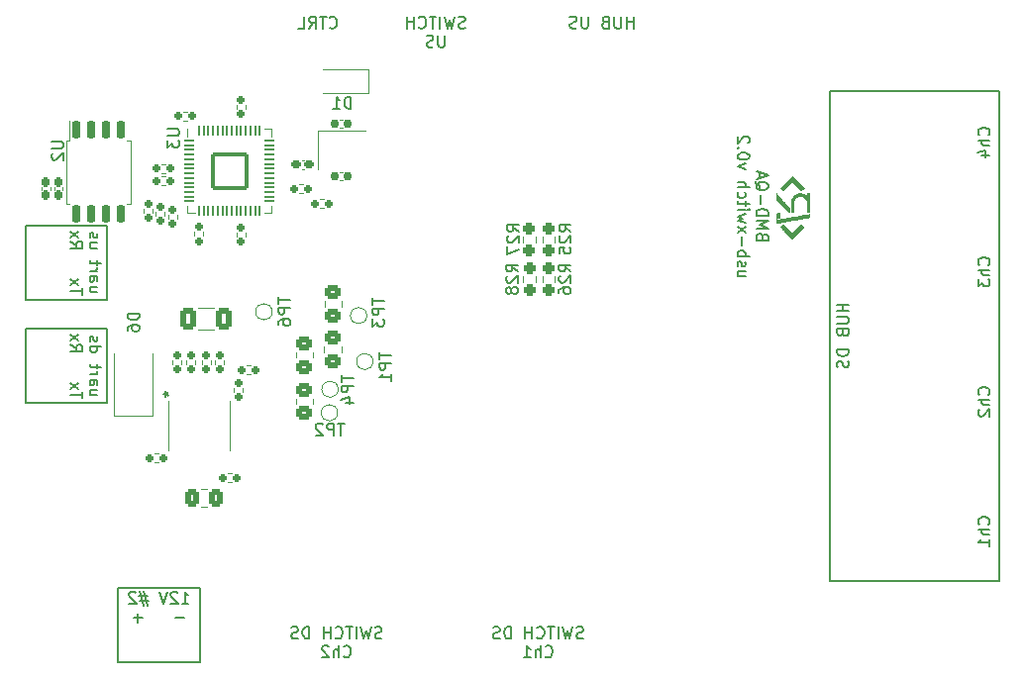
<source format=gbo>
G04 #@! TF.GenerationSoftware,KiCad,Pcbnew,(6.0.2-0)*
G04 #@! TF.CreationDate,2022-10-06T13:52:32+11:00*
G04 #@! TF.ProjectId,usb_xwitch,7573625f-7877-4697-9463-682e6b696361,0.2*
G04 #@! TF.SameCoordinates,Original*
G04 #@! TF.FileFunction,Legend,Bot*
G04 #@! TF.FilePolarity,Positive*
%FSLAX46Y46*%
G04 Gerber Fmt 4.6, Leading zero omitted, Abs format (unit mm)*
G04 Created by KiCad (PCBNEW (6.0.2-0)) date 2022-10-06 13:52:32*
%MOMM*%
%LPD*%
G01*
G04 APERTURE LIST*
G04 Aperture macros list*
%AMRoundRect*
0 Rectangle with rounded corners*
0 $1 Rounding radius*
0 $2 $3 $4 $5 $6 $7 $8 $9 X,Y pos of 4 corners*
0 Add a 4 corners polygon primitive as box body*
4,1,4,$2,$3,$4,$5,$6,$7,$8,$9,$2,$3,0*
0 Add four circle primitives for the rounded corners*
1,1,$1+$1,$2,$3*
1,1,$1+$1,$4,$5*
1,1,$1+$1,$6,$7*
1,1,$1+$1,$8,$9*
0 Add four rect primitives between the rounded corners*
20,1,$1+$1,$2,$3,$4,$5,0*
20,1,$1+$1,$4,$5,$6,$7,0*
20,1,$1+$1,$6,$7,$8,$9,0*
20,1,$1+$1,$8,$9,$2,$3,0*%
G04 Aperture macros list end*
%ADD10C,0.150000*%
%ADD11C,0.200000*%
%ADD12C,0.120000*%
%ADD13C,6.400000*%
%ADD14R,1.600000X1.600000*%
%ADD15C,1.600000*%
%ADD16C,2.150000*%
%ADD17R,1.700000X1.700000*%
%ADD18C,1.700000*%
%ADD19C,3.500000*%
%ADD20R,2.000000X4.600000*%
%ADD21O,2.000000X4.200000*%
%ADD22O,4.200000X2.000000*%
%ADD23C,1.450000*%
%ADD24O,1.200000X1.900000*%
%ADD25O,0.950000X0.650000*%
%ADD26C,0.650000*%
%ADD27O,0.800000X1.400000*%
%ADD28C,1.200000*%
%ADD29R,2.400000X2.400000*%
%ADD30C,2.400000*%
%ADD31O,1.700000X1.700000*%
%ADD32RoundRect,0.160000X0.160000X-0.197500X0.160000X0.197500X-0.160000X0.197500X-0.160000X-0.197500X0*%
%ADD33RoundRect,0.160000X0.160000X-0.222500X0.160000X0.222500X-0.160000X0.222500X-0.160000X-0.222500X0*%
%ADD34RoundRect,0.250000X0.450000X-0.350000X0.450000X0.350000X-0.450000X0.350000X-0.450000X-0.350000X0*%
%ADD35RoundRect,0.160000X-0.160000X0.197500X-0.160000X-0.197500X0.160000X-0.197500X0.160000X0.197500X0*%
%ADD36RoundRect,0.160000X0.197500X0.160000X-0.197500X0.160000X-0.197500X-0.160000X0.197500X-0.160000X0*%
%ADD37C,1.000000*%
%ADD38R,1.400000X1.200000*%
%ADD39RoundRect,0.050000X-0.050000X0.387500X-0.050000X-0.387500X0.050000X-0.387500X0.050000X0.387500X0*%
%ADD40RoundRect,0.050000X-0.387500X0.050000X-0.387500X-0.050000X0.387500X-0.050000X0.387500X0.050000X0*%
%ADD41RoundRect,0.144000X-1.456000X1.456000X-1.456000X-1.456000X1.456000X-1.456000X1.456000X1.456000X0*%
%ADD42R,0.558800X1.460500*%
%ADD43R,3.454400X2.565400*%
%ADD44RoundRect,0.160000X-0.222500X-0.160000X0.222500X-0.160000X0.222500X0.160000X-0.222500X0.160000X0*%
%ADD45RoundRect,0.250000X0.412500X0.650000X-0.412500X0.650000X-0.412500X-0.650000X0.412500X-0.650000X0*%
%ADD46R,1.800000X2.500000*%
%ADD47RoundRect,0.160000X-0.197500X-0.160000X0.197500X-0.160000X0.197500X0.160000X-0.197500X0.160000X0*%
%ADD48RoundRect,0.155000X-0.212500X-0.155000X0.212500X-0.155000X0.212500X0.155000X-0.212500X0.155000X0*%
%ADD49RoundRect,0.155000X0.212500X0.155000X-0.212500X0.155000X-0.212500X-0.155000X0.212500X-0.155000X0*%
%ADD50RoundRect,0.237500X-0.237500X0.250000X-0.237500X-0.250000X0.237500X-0.250000X0.237500X0.250000X0*%
%ADD51RoundRect,0.150000X-0.150000X0.650000X-0.150000X-0.650000X0.150000X-0.650000X0.150000X0.650000X0*%
%ADD52RoundRect,0.237500X0.237500X-0.250000X0.237500X0.250000X-0.237500X0.250000X-0.237500X-0.250000X0*%
%ADD53R,0.900000X1.200000*%
%ADD54RoundRect,0.250000X-0.337500X-0.475000X0.337500X-0.475000X0.337500X0.475000X-0.337500X0.475000X0*%
G04 APERTURE END LIST*
D10*
X169150000Y-87300000D02*
X183600000Y-87300000D01*
X183600000Y-87300000D02*
X183600000Y-129200000D01*
X183600000Y-129200000D02*
X169150000Y-129200000D01*
X169150000Y-129200000D02*
X169150000Y-87300000D01*
X100350000Y-107625000D02*
X107350000Y-107625000D01*
X107350000Y-107625000D02*
X107350000Y-113975000D01*
X107350000Y-113975000D02*
X100350000Y-113975000D01*
X100350000Y-113975000D02*
X100350000Y-107625000D01*
X100375000Y-98825000D02*
X107375000Y-98825000D01*
X107375000Y-98825000D02*
X107375000Y-105175000D01*
X107375000Y-105175000D02*
X100375000Y-105175000D01*
X100375000Y-105175000D02*
X100375000Y-98825000D01*
X108260000Y-136150000D02*
X115260000Y-136150000D01*
X115260000Y-136150000D02*
X115260000Y-129800000D01*
X115260000Y-129800000D02*
X108260000Y-129800000D01*
X108260000Y-129800000D02*
X108260000Y-136150000D01*
X170752380Y-105583333D02*
X169752380Y-105583333D01*
X170228571Y-105583333D02*
X170228571Y-106154761D01*
X170752380Y-106154761D02*
X169752380Y-106154761D01*
X169752380Y-106630952D02*
X170561904Y-106630952D01*
X170657142Y-106678571D01*
X170704761Y-106726190D01*
X170752380Y-106821428D01*
X170752380Y-107011904D01*
X170704761Y-107107142D01*
X170657142Y-107154761D01*
X170561904Y-107202380D01*
X169752380Y-107202380D01*
X170228571Y-108011904D02*
X170276190Y-108154761D01*
X170323809Y-108202380D01*
X170419047Y-108250000D01*
X170561904Y-108250000D01*
X170657142Y-108202380D01*
X170704761Y-108154761D01*
X170752380Y-108059523D01*
X170752380Y-107678571D01*
X169752380Y-107678571D01*
X169752380Y-108011904D01*
X169800000Y-108107142D01*
X169847619Y-108154761D01*
X169942857Y-108202380D01*
X170038095Y-108202380D01*
X170133333Y-108154761D01*
X170180952Y-108107142D01*
X170228571Y-108011904D01*
X170228571Y-107678571D01*
X170752380Y-109440476D02*
X169752380Y-109440476D01*
X169752380Y-109678571D01*
X169800000Y-109821428D01*
X169895238Y-109916666D01*
X169990476Y-109964285D01*
X170180952Y-110011904D01*
X170323809Y-110011904D01*
X170514285Y-109964285D01*
X170609523Y-109916666D01*
X170704761Y-109821428D01*
X170752380Y-109678571D01*
X170752380Y-109440476D01*
X170704761Y-110392857D02*
X170752380Y-110535714D01*
X170752380Y-110773809D01*
X170704761Y-110869047D01*
X170657142Y-110916666D01*
X170561904Y-110964285D01*
X170466666Y-110964285D01*
X170371428Y-110916666D01*
X170323809Y-110869047D01*
X170276190Y-110773809D01*
X170228571Y-110583333D01*
X170180952Y-110488095D01*
X170133333Y-110440476D01*
X170038095Y-110392857D01*
X169942857Y-110392857D01*
X169847619Y-110440476D01*
X169800000Y-110488095D01*
X169752380Y-110583333D01*
X169752380Y-110821428D01*
X169800000Y-110964285D01*
X152340476Y-81952380D02*
X152340476Y-80952380D01*
X152340476Y-81428571D02*
X151769047Y-81428571D01*
X151769047Y-81952380D02*
X151769047Y-80952380D01*
X151292857Y-80952380D02*
X151292857Y-81761904D01*
X151245238Y-81857142D01*
X151197619Y-81904761D01*
X151102380Y-81952380D01*
X150911904Y-81952380D01*
X150816666Y-81904761D01*
X150769047Y-81857142D01*
X150721428Y-81761904D01*
X150721428Y-80952380D01*
X149911904Y-81428571D02*
X149769047Y-81476190D01*
X149721428Y-81523809D01*
X149673809Y-81619047D01*
X149673809Y-81761904D01*
X149721428Y-81857142D01*
X149769047Y-81904761D01*
X149864285Y-81952380D01*
X150245238Y-81952380D01*
X150245238Y-80952380D01*
X149911904Y-80952380D01*
X149816666Y-81000000D01*
X149769047Y-81047619D01*
X149721428Y-81142857D01*
X149721428Y-81238095D01*
X149769047Y-81333333D01*
X149816666Y-81380952D01*
X149911904Y-81428571D01*
X150245238Y-81428571D01*
X148483333Y-80952380D02*
X148483333Y-81761904D01*
X148435714Y-81857142D01*
X148388095Y-81904761D01*
X148292857Y-81952380D01*
X148102380Y-81952380D01*
X148007142Y-81904761D01*
X147959523Y-81857142D01*
X147911904Y-81761904D01*
X147911904Y-80952380D01*
X147483333Y-81904761D02*
X147340476Y-81952380D01*
X147102380Y-81952380D01*
X147007142Y-81904761D01*
X146959523Y-81857142D01*
X146911904Y-81761904D01*
X146911904Y-81666666D01*
X146959523Y-81571428D01*
X147007142Y-81523809D01*
X147102380Y-81476190D01*
X147292857Y-81428571D01*
X147388095Y-81380952D01*
X147435714Y-81333333D01*
X147483333Y-81238095D01*
X147483333Y-81142857D01*
X147435714Y-81047619D01*
X147388095Y-81000000D01*
X147292857Y-80952380D01*
X147054761Y-80952380D01*
X146911904Y-81000000D01*
X106519285Y-112921428D02*
X105852619Y-112921428D01*
X106519285Y-113350000D02*
X105995476Y-113350000D01*
X105900238Y-113302380D01*
X105852619Y-113207142D01*
X105852619Y-113064285D01*
X105900238Y-112969047D01*
X105947857Y-112921428D01*
X105852619Y-112016666D02*
X106376428Y-112016666D01*
X106471666Y-112064285D01*
X106519285Y-112159523D01*
X106519285Y-112350000D01*
X106471666Y-112445238D01*
X105900238Y-112016666D02*
X105852619Y-112111904D01*
X105852619Y-112350000D01*
X105900238Y-112445238D01*
X105995476Y-112492857D01*
X106090714Y-112492857D01*
X106185952Y-112445238D01*
X106233571Y-112350000D01*
X106233571Y-112111904D01*
X106281190Y-112016666D01*
X105852619Y-111540476D02*
X106519285Y-111540476D01*
X106328809Y-111540476D02*
X106424047Y-111492857D01*
X106471666Y-111445238D01*
X106519285Y-111350000D01*
X106519285Y-111254761D01*
X106519285Y-111064285D02*
X106519285Y-110683333D01*
X106852619Y-110921428D02*
X105995476Y-110921428D01*
X105900238Y-110873809D01*
X105852619Y-110778571D01*
X105852619Y-110683333D01*
X105852619Y-109159523D02*
X106852619Y-109159523D01*
X105900238Y-109159523D02*
X105852619Y-109254761D01*
X105852619Y-109445238D01*
X105900238Y-109540476D01*
X105947857Y-109588095D01*
X106043095Y-109635714D01*
X106328809Y-109635714D01*
X106424047Y-109588095D01*
X106471666Y-109540476D01*
X106519285Y-109445238D01*
X106519285Y-109254761D01*
X106471666Y-109159523D01*
X105900238Y-108730952D02*
X105852619Y-108635714D01*
X105852619Y-108445238D01*
X105900238Y-108350000D01*
X105995476Y-108302380D01*
X106043095Y-108302380D01*
X106138333Y-108350000D01*
X106185952Y-108445238D01*
X106185952Y-108588095D01*
X106233571Y-108683333D01*
X106328809Y-108730952D01*
X106376428Y-108730952D01*
X106471666Y-108683333D01*
X106519285Y-108588095D01*
X106519285Y-108445238D01*
X106471666Y-108350000D01*
X105242619Y-113588095D02*
X105242619Y-113016666D01*
X104242619Y-113302380D02*
X105242619Y-113302380D01*
X104242619Y-112778571D02*
X104909285Y-112254761D01*
X104909285Y-112778571D02*
X104242619Y-112254761D01*
X104242619Y-109016666D02*
X104718809Y-109350000D01*
X104242619Y-109588095D02*
X105242619Y-109588095D01*
X105242619Y-109207142D01*
X105195000Y-109111904D01*
X105147380Y-109064285D01*
X105052142Y-109016666D01*
X104909285Y-109016666D01*
X104814047Y-109064285D01*
X104766428Y-109111904D01*
X104718809Y-109207142D01*
X104718809Y-109588095D01*
X104242619Y-108683333D02*
X104909285Y-108159523D01*
X104909285Y-108683333D02*
X104242619Y-108159523D01*
X148057142Y-134099761D02*
X147914285Y-134147380D01*
X147676190Y-134147380D01*
X147580952Y-134099761D01*
X147533333Y-134052142D01*
X147485714Y-133956904D01*
X147485714Y-133861666D01*
X147533333Y-133766428D01*
X147580952Y-133718809D01*
X147676190Y-133671190D01*
X147866666Y-133623571D01*
X147961904Y-133575952D01*
X148009523Y-133528333D01*
X148057142Y-133433095D01*
X148057142Y-133337857D01*
X148009523Y-133242619D01*
X147961904Y-133195000D01*
X147866666Y-133147380D01*
X147628571Y-133147380D01*
X147485714Y-133195000D01*
X147152380Y-133147380D02*
X146914285Y-134147380D01*
X146723809Y-133433095D01*
X146533333Y-134147380D01*
X146295238Y-133147380D01*
X145914285Y-134147380D02*
X145914285Y-133147380D01*
X145580952Y-133147380D02*
X145009523Y-133147380D01*
X145295238Y-134147380D02*
X145295238Y-133147380D01*
X144104761Y-134052142D02*
X144152380Y-134099761D01*
X144295238Y-134147380D01*
X144390476Y-134147380D01*
X144533333Y-134099761D01*
X144628571Y-134004523D01*
X144676190Y-133909285D01*
X144723809Y-133718809D01*
X144723809Y-133575952D01*
X144676190Y-133385476D01*
X144628571Y-133290238D01*
X144533333Y-133195000D01*
X144390476Y-133147380D01*
X144295238Y-133147380D01*
X144152380Y-133195000D01*
X144104761Y-133242619D01*
X143676190Y-134147380D02*
X143676190Y-133147380D01*
X143676190Y-133623571D02*
X143104761Y-133623571D01*
X143104761Y-134147380D02*
X143104761Y-133147380D01*
X141866666Y-134147380D02*
X141866666Y-133147380D01*
X141628571Y-133147380D01*
X141485714Y-133195000D01*
X141390476Y-133290238D01*
X141342857Y-133385476D01*
X141295238Y-133575952D01*
X141295238Y-133718809D01*
X141342857Y-133909285D01*
X141390476Y-134004523D01*
X141485714Y-134099761D01*
X141628571Y-134147380D01*
X141866666Y-134147380D01*
X140914285Y-134099761D02*
X140771428Y-134147380D01*
X140533333Y-134147380D01*
X140438095Y-134099761D01*
X140390476Y-134052142D01*
X140342857Y-133956904D01*
X140342857Y-133861666D01*
X140390476Y-133766428D01*
X140438095Y-133718809D01*
X140533333Y-133671190D01*
X140723809Y-133623571D01*
X140819047Y-133575952D01*
X140866666Y-133528333D01*
X140914285Y-133433095D01*
X140914285Y-133337857D01*
X140866666Y-133242619D01*
X140819047Y-133195000D01*
X140723809Y-133147380D01*
X140485714Y-133147380D01*
X140342857Y-133195000D01*
X144819047Y-135662142D02*
X144866666Y-135709761D01*
X145009523Y-135757380D01*
X145104761Y-135757380D01*
X145247619Y-135709761D01*
X145342857Y-135614523D01*
X145390476Y-135519285D01*
X145438095Y-135328809D01*
X145438095Y-135185952D01*
X145390476Y-134995476D01*
X145342857Y-134900238D01*
X145247619Y-134805000D01*
X145104761Y-134757380D01*
X145009523Y-134757380D01*
X144866666Y-134805000D01*
X144819047Y-134852619D01*
X144390476Y-135757380D02*
X144390476Y-134757380D01*
X143961904Y-135757380D02*
X143961904Y-135233571D01*
X144009523Y-135138333D01*
X144104761Y-135090714D01*
X144247619Y-135090714D01*
X144342857Y-135138333D01*
X144390476Y-135185952D01*
X142961904Y-135757380D02*
X143533333Y-135757380D01*
X143247619Y-135757380D02*
X143247619Y-134757380D01*
X143342857Y-134900238D01*
X143438095Y-134995476D01*
X143533333Y-135043095D01*
X126376190Y-81857142D02*
X126423809Y-81904761D01*
X126566666Y-81952380D01*
X126661904Y-81952380D01*
X126804761Y-81904761D01*
X126900000Y-81809523D01*
X126947619Y-81714285D01*
X126995238Y-81523809D01*
X126995238Y-81380952D01*
X126947619Y-81190476D01*
X126900000Y-81095238D01*
X126804761Y-81000000D01*
X126661904Y-80952380D01*
X126566666Y-80952380D01*
X126423809Y-81000000D01*
X126376190Y-81047619D01*
X126090476Y-80952380D02*
X125519047Y-80952380D01*
X125804761Y-81952380D02*
X125804761Y-80952380D01*
X124614285Y-81952380D02*
X124947619Y-81476190D01*
X125185714Y-81952380D02*
X125185714Y-80952380D01*
X124804761Y-80952380D01*
X124709523Y-81000000D01*
X124661904Y-81047619D01*
X124614285Y-81142857D01*
X124614285Y-81285714D01*
X124661904Y-81380952D01*
X124709523Y-81428571D01*
X124804761Y-81476190D01*
X125185714Y-81476190D01*
X123709523Y-81952380D02*
X124185714Y-81952380D01*
X124185714Y-80952380D01*
X182707142Y-102180952D02*
X182754761Y-102133333D01*
X182802380Y-101990476D01*
X182802380Y-101895238D01*
X182754761Y-101752380D01*
X182659523Y-101657142D01*
X182564285Y-101609523D01*
X182373809Y-101561904D01*
X182230952Y-101561904D01*
X182040476Y-101609523D01*
X181945238Y-101657142D01*
X181850000Y-101752380D01*
X181802380Y-101895238D01*
X181802380Y-101990476D01*
X181850000Y-102133333D01*
X181897619Y-102180952D01*
X182802380Y-102609523D02*
X181802380Y-102609523D01*
X182802380Y-103038095D02*
X182278571Y-103038095D01*
X182183333Y-102990476D01*
X182135714Y-102895238D01*
X182135714Y-102752380D01*
X182183333Y-102657142D01*
X182230952Y-102609523D01*
X181802380Y-103419047D02*
X181802380Y-104038095D01*
X182183333Y-103704761D01*
X182183333Y-103847619D01*
X182230952Y-103942857D01*
X182278571Y-103990476D01*
X182373809Y-104038095D01*
X182611904Y-104038095D01*
X182707142Y-103990476D01*
X182754761Y-103942857D01*
X182802380Y-103847619D01*
X182802380Y-103561904D01*
X182754761Y-103466666D01*
X182707142Y-103419047D01*
X106519285Y-104071428D02*
X105852619Y-104071428D01*
X106519285Y-104500000D02*
X105995476Y-104500000D01*
X105900238Y-104452380D01*
X105852619Y-104357142D01*
X105852619Y-104214285D01*
X105900238Y-104119047D01*
X105947857Y-104071428D01*
X105852619Y-103166666D02*
X106376428Y-103166666D01*
X106471666Y-103214285D01*
X106519285Y-103309523D01*
X106519285Y-103500000D01*
X106471666Y-103595238D01*
X105900238Y-103166666D02*
X105852619Y-103261904D01*
X105852619Y-103500000D01*
X105900238Y-103595238D01*
X105995476Y-103642857D01*
X106090714Y-103642857D01*
X106185952Y-103595238D01*
X106233571Y-103500000D01*
X106233571Y-103261904D01*
X106281190Y-103166666D01*
X105852619Y-102690476D02*
X106519285Y-102690476D01*
X106328809Y-102690476D02*
X106424047Y-102642857D01*
X106471666Y-102595238D01*
X106519285Y-102500000D01*
X106519285Y-102404761D01*
X106519285Y-102214285D02*
X106519285Y-101833333D01*
X106852619Y-102071428D02*
X105995476Y-102071428D01*
X105900238Y-102023809D01*
X105852619Y-101928571D01*
X105852619Y-101833333D01*
X106519285Y-100309523D02*
X105852619Y-100309523D01*
X106519285Y-100738095D02*
X105995476Y-100738095D01*
X105900238Y-100690476D01*
X105852619Y-100595238D01*
X105852619Y-100452380D01*
X105900238Y-100357142D01*
X105947857Y-100309523D01*
X105900238Y-99880952D02*
X105852619Y-99785714D01*
X105852619Y-99595238D01*
X105900238Y-99500000D01*
X105995476Y-99452380D01*
X106043095Y-99452380D01*
X106138333Y-99500000D01*
X106185952Y-99595238D01*
X106185952Y-99738095D01*
X106233571Y-99833333D01*
X106328809Y-99880952D01*
X106376428Y-99880952D01*
X106471666Y-99833333D01*
X106519285Y-99738095D01*
X106519285Y-99595238D01*
X106471666Y-99500000D01*
X105242619Y-104738095D02*
X105242619Y-104166666D01*
X104242619Y-104452380D02*
X105242619Y-104452380D01*
X104242619Y-103928571D02*
X104909285Y-103404761D01*
X104909285Y-103928571D02*
X104242619Y-103404761D01*
X104242619Y-100166666D02*
X104718809Y-100500000D01*
X104242619Y-100738095D02*
X105242619Y-100738095D01*
X105242619Y-100357142D01*
X105195000Y-100261904D01*
X105147380Y-100214285D01*
X105052142Y-100166666D01*
X104909285Y-100166666D01*
X104814047Y-100214285D01*
X104766428Y-100261904D01*
X104718809Y-100357142D01*
X104718809Y-100738095D01*
X104242619Y-99833333D02*
X104909285Y-99309523D01*
X104909285Y-99833333D02*
X104242619Y-99309523D01*
X182707142Y-124380952D02*
X182754761Y-124333333D01*
X182802380Y-124190476D01*
X182802380Y-124095238D01*
X182754761Y-123952380D01*
X182659523Y-123857142D01*
X182564285Y-123809523D01*
X182373809Y-123761904D01*
X182230952Y-123761904D01*
X182040476Y-123809523D01*
X181945238Y-123857142D01*
X181850000Y-123952380D01*
X181802380Y-124095238D01*
X181802380Y-124190476D01*
X181850000Y-124333333D01*
X181897619Y-124380952D01*
X182802380Y-124809523D02*
X181802380Y-124809523D01*
X182802380Y-125238095D02*
X182278571Y-125238095D01*
X182183333Y-125190476D01*
X182135714Y-125095238D01*
X182135714Y-124952380D01*
X182183333Y-124857142D01*
X182230952Y-124809523D01*
X182802380Y-126238095D02*
X182802380Y-125666666D01*
X182802380Y-125952380D02*
X181802380Y-125952380D01*
X181945238Y-125857142D01*
X182040476Y-125761904D01*
X182088095Y-125666666D01*
D11*
X163376428Y-99771428D02*
X163328809Y-99628571D01*
X163281190Y-99580952D01*
X163185952Y-99533333D01*
X163043095Y-99533333D01*
X162947857Y-99580952D01*
X162900238Y-99628571D01*
X162852619Y-99723809D01*
X162852619Y-100104761D01*
X163852619Y-100104761D01*
X163852619Y-99771428D01*
X163805000Y-99676190D01*
X163757380Y-99628571D01*
X163662142Y-99580952D01*
X163566904Y-99580952D01*
X163471666Y-99628571D01*
X163424047Y-99676190D01*
X163376428Y-99771428D01*
X163376428Y-100104761D01*
X162852619Y-99104761D02*
X163852619Y-99104761D01*
X163138333Y-98771428D01*
X163852619Y-98438095D01*
X162852619Y-98438095D01*
X162852619Y-97961904D02*
X163852619Y-97961904D01*
X163852619Y-97723809D01*
X163805000Y-97580952D01*
X163709761Y-97485714D01*
X163614523Y-97438095D01*
X163424047Y-97390476D01*
X163281190Y-97390476D01*
X163090714Y-97438095D01*
X162995476Y-97485714D01*
X162900238Y-97580952D01*
X162852619Y-97723809D01*
X162852619Y-97961904D01*
X163233571Y-96961904D02*
X163233571Y-96200000D01*
X162757380Y-95057142D02*
X162805000Y-95152380D01*
X162900238Y-95247619D01*
X163043095Y-95390476D01*
X163090714Y-95485714D01*
X163090714Y-95580952D01*
X162852619Y-95533333D02*
X162900238Y-95628571D01*
X162995476Y-95723809D01*
X163185952Y-95771428D01*
X163519285Y-95771428D01*
X163709761Y-95723809D01*
X163805000Y-95628571D01*
X163852619Y-95533333D01*
X163852619Y-95342857D01*
X163805000Y-95247619D01*
X163709761Y-95152380D01*
X163519285Y-95104761D01*
X163185952Y-95104761D01*
X162995476Y-95152380D01*
X162900238Y-95247619D01*
X162852619Y-95342857D01*
X162852619Y-95533333D01*
X163138333Y-94723809D02*
X163138333Y-94247619D01*
X162852619Y-94819047D02*
X163852619Y-94485714D01*
X162852619Y-94152380D01*
X161909285Y-102747619D02*
X161242619Y-102747619D01*
X161909285Y-103176190D02*
X161385476Y-103176190D01*
X161290238Y-103128571D01*
X161242619Y-103033333D01*
X161242619Y-102890476D01*
X161290238Y-102795238D01*
X161337857Y-102747619D01*
X161290238Y-102319047D02*
X161242619Y-102223809D01*
X161242619Y-102033333D01*
X161290238Y-101938095D01*
X161385476Y-101890476D01*
X161433095Y-101890476D01*
X161528333Y-101938095D01*
X161575952Y-102033333D01*
X161575952Y-102176190D01*
X161623571Y-102271428D01*
X161718809Y-102319047D01*
X161766428Y-102319047D01*
X161861666Y-102271428D01*
X161909285Y-102176190D01*
X161909285Y-102033333D01*
X161861666Y-101938095D01*
X161242619Y-101461904D02*
X162242619Y-101461904D01*
X161861666Y-101461904D02*
X161909285Y-101366666D01*
X161909285Y-101176190D01*
X161861666Y-101080952D01*
X161814047Y-101033333D01*
X161718809Y-100985714D01*
X161433095Y-100985714D01*
X161337857Y-101033333D01*
X161290238Y-101080952D01*
X161242619Y-101176190D01*
X161242619Y-101366666D01*
X161290238Y-101461904D01*
X161623571Y-100557142D02*
X161623571Y-99795238D01*
X161242619Y-99414285D02*
X161909285Y-98890476D01*
X161909285Y-99414285D02*
X161242619Y-98890476D01*
X161909285Y-98604761D02*
X161242619Y-98414285D01*
X161718809Y-98223809D01*
X161242619Y-98033333D01*
X161909285Y-97842857D01*
X161242619Y-97461904D02*
X161909285Y-97461904D01*
X162242619Y-97461904D02*
X162195000Y-97509523D01*
X162147380Y-97461904D01*
X162195000Y-97414285D01*
X162242619Y-97461904D01*
X162147380Y-97461904D01*
X161909285Y-97128571D02*
X161909285Y-96747619D01*
X162242619Y-96985714D02*
X161385476Y-96985714D01*
X161290238Y-96938095D01*
X161242619Y-96842857D01*
X161242619Y-96747619D01*
X161290238Y-95985714D02*
X161242619Y-96080952D01*
X161242619Y-96271428D01*
X161290238Y-96366666D01*
X161337857Y-96414285D01*
X161433095Y-96461904D01*
X161718809Y-96461904D01*
X161814047Y-96414285D01*
X161861666Y-96366666D01*
X161909285Y-96271428D01*
X161909285Y-96080952D01*
X161861666Y-95985714D01*
X161242619Y-95557142D02*
X162242619Y-95557142D01*
X161242619Y-95128571D02*
X161766428Y-95128571D01*
X161861666Y-95176190D01*
X161909285Y-95271428D01*
X161909285Y-95414285D01*
X161861666Y-95509523D01*
X161814047Y-95557142D01*
X161909285Y-93985714D02*
X161242619Y-93747619D01*
X161909285Y-93509523D01*
X162242619Y-92938095D02*
X162242619Y-92842857D01*
X162195000Y-92747619D01*
X162147380Y-92700000D01*
X162052142Y-92652380D01*
X161861666Y-92604761D01*
X161623571Y-92604761D01*
X161433095Y-92652380D01*
X161337857Y-92700000D01*
X161290238Y-92747619D01*
X161242619Y-92842857D01*
X161242619Y-92938095D01*
X161290238Y-93033333D01*
X161337857Y-93080952D01*
X161433095Y-93128571D01*
X161623571Y-93176190D01*
X161861666Y-93176190D01*
X162052142Y-93128571D01*
X162147380Y-93080952D01*
X162195000Y-93033333D01*
X162242619Y-92938095D01*
X161337857Y-92176190D02*
X161290238Y-92128571D01*
X161242619Y-92176190D01*
X161290238Y-92223809D01*
X161337857Y-92176190D01*
X161242619Y-92176190D01*
X162147380Y-91747619D02*
X162195000Y-91700000D01*
X162242619Y-91604761D01*
X162242619Y-91366666D01*
X162195000Y-91271428D01*
X162147380Y-91223809D01*
X162052142Y-91176190D01*
X161956904Y-91176190D01*
X161814047Y-91223809D01*
X161242619Y-91795238D01*
X161242619Y-91176190D01*
D10*
X182707142Y-113280952D02*
X182754761Y-113233333D01*
X182802380Y-113090476D01*
X182802380Y-112995238D01*
X182754761Y-112852380D01*
X182659523Y-112757142D01*
X182564285Y-112709523D01*
X182373809Y-112661904D01*
X182230952Y-112661904D01*
X182040476Y-112709523D01*
X181945238Y-112757142D01*
X181850000Y-112852380D01*
X181802380Y-112995238D01*
X181802380Y-113090476D01*
X181850000Y-113233333D01*
X181897619Y-113280952D01*
X182802380Y-113709523D02*
X181802380Y-113709523D01*
X182802380Y-114138095D02*
X182278571Y-114138095D01*
X182183333Y-114090476D01*
X182135714Y-113995238D01*
X182135714Y-113852380D01*
X182183333Y-113757142D01*
X182230952Y-113709523D01*
X181897619Y-114566666D02*
X181850000Y-114614285D01*
X181802380Y-114709523D01*
X181802380Y-114947619D01*
X181850000Y-115042857D01*
X181897619Y-115090476D01*
X181992857Y-115138095D01*
X182088095Y-115138095D01*
X182230952Y-115090476D01*
X182802380Y-114519047D01*
X182802380Y-115138095D01*
X137950000Y-81899761D02*
X137807142Y-81947380D01*
X137569047Y-81947380D01*
X137473809Y-81899761D01*
X137426190Y-81852142D01*
X137378571Y-81756904D01*
X137378571Y-81661666D01*
X137426190Y-81566428D01*
X137473809Y-81518809D01*
X137569047Y-81471190D01*
X137759523Y-81423571D01*
X137854761Y-81375952D01*
X137902380Y-81328333D01*
X137950000Y-81233095D01*
X137950000Y-81137857D01*
X137902380Y-81042619D01*
X137854761Y-80995000D01*
X137759523Y-80947380D01*
X137521428Y-80947380D01*
X137378571Y-80995000D01*
X137045238Y-80947380D02*
X136807142Y-81947380D01*
X136616666Y-81233095D01*
X136426190Y-81947380D01*
X136188095Y-80947380D01*
X135807142Y-81947380D02*
X135807142Y-80947380D01*
X135473809Y-80947380D02*
X134902380Y-80947380D01*
X135188095Y-81947380D02*
X135188095Y-80947380D01*
X133997619Y-81852142D02*
X134045238Y-81899761D01*
X134188095Y-81947380D01*
X134283333Y-81947380D01*
X134426190Y-81899761D01*
X134521428Y-81804523D01*
X134569047Y-81709285D01*
X134616666Y-81518809D01*
X134616666Y-81375952D01*
X134569047Y-81185476D01*
X134521428Y-81090238D01*
X134426190Y-80995000D01*
X134283333Y-80947380D01*
X134188095Y-80947380D01*
X134045238Y-80995000D01*
X133997619Y-81042619D01*
X133569047Y-81947380D02*
X133569047Y-80947380D01*
X133569047Y-81423571D02*
X132997619Y-81423571D01*
X132997619Y-81947380D02*
X132997619Y-80947380D01*
X136211904Y-82557380D02*
X136211904Y-83366904D01*
X136164285Y-83462142D01*
X136116666Y-83509761D01*
X136021428Y-83557380D01*
X135830952Y-83557380D01*
X135735714Y-83509761D01*
X135688095Y-83462142D01*
X135640476Y-83366904D01*
X135640476Y-82557380D01*
X135211904Y-83509761D02*
X135069047Y-83557380D01*
X134830952Y-83557380D01*
X134735714Y-83509761D01*
X134688095Y-83462142D01*
X134640476Y-83366904D01*
X134640476Y-83271666D01*
X134688095Y-83176428D01*
X134735714Y-83128809D01*
X134830952Y-83081190D01*
X135021428Y-83033571D01*
X135116666Y-82985952D01*
X135164285Y-82938333D01*
X135211904Y-82843095D01*
X135211904Y-82747857D01*
X135164285Y-82652619D01*
X135116666Y-82605000D01*
X135021428Y-82557380D01*
X134783333Y-82557380D01*
X134640476Y-82605000D01*
X130807142Y-134099761D02*
X130664285Y-134147380D01*
X130426190Y-134147380D01*
X130330952Y-134099761D01*
X130283333Y-134052142D01*
X130235714Y-133956904D01*
X130235714Y-133861666D01*
X130283333Y-133766428D01*
X130330952Y-133718809D01*
X130426190Y-133671190D01*
X130616666Y-133623571D01*
X130711904Y-133575952D01*
X130759523Y-133528333D01*
X130807142Y-133433095D01*
X130807142Y-133337857D01*
X130759523Y-133242619D01*
X130711904Y-133195000D01*
X130616666Y-133147380D01*
X130378571Y-133147380D01*
X130235714Y-133195000D01*
X129902380Y-133147380D02*
X129664285Y-134147380D01*
X129473809Y-133433095D01*
X129283333Y-134147380D01*
X129045238Y-133147380D01*
X128664285Y-134147380D02*
X128664285Y-133147380D01*
X128330952Y-133147380D02*
X127759523Y-133147380D01*
X128045238Y-134147380D02*
X128045238Y-133147380D01*
X126854761Y-134052142D02*
X126902380Y-134099761D01*
X127045238Y-134147380D01*
X127140476Y-134147380D01*
X127283333Y-134099761D01*
X127378571Y-134004523D01*
X127426190Y-133909285D01*
X127473809Y-133718809D01*
X127473809Y-133575952D01*
X127426190Y-133385476D01*
X127378571Y-133290238D01*
X127283333Y-133195000D01*
X127140476Y-133147380D01*
X127045238Y-133147380D01*
X126902380Y-133195000D01*
X126854761Y-133242619D01*
X126426190Y-134147380D02*
X126426190Y-133147380D01*
X126426190Y-133623571D02*
X125854761Y-133623571D01*
X125854761Y-134147380D02*
X125854761Y-133147380D01*
X124616666Y-134147380D02*
X124616666Y-133147380D01*
X124378571Y-133147380D01*
X124235714Y-133195000D01*
X124140476Y-133290238D01*
X124092857Y-133385476D01*
X124045238Y-133575952D01*
X124045238Y-133718809D01*
X124092857Y-133909285D01*
X124140476Y-134004523D01*
X124235714Y-134099761D01*
X124378571Y-134147380D01*
X124616666Y-134147380D01*
X123664285Y-134099761D02*
X123521428Y-134147380D01*
X123283333Y-134147380D01*
X123188095Y-134099761D01*
X123140476Y-134052142D01*
X123092857Y-133956904D01*
X123092857Y-133861666D01*
X123140476Y-133766428D01*
X123188095Y-133718809D01*
X123283333Y-133671190D01*
X123473809Y-133623571D01*
X123569047Y-133575952D01*
X123616666Y-133528333D01*
X123664285Y-133433095D01*
X123664285Y-133337857D01*
X123616666Y-133242619D01*
X123569047Y-133195000D01*
X123473809Y-133147380D01*
X123235714Y-133147380D01*
X123092857Y-133195000D01*
X127569047Y-135662142D02*
X127616666Y-135709761D01*
X127759523Y-135757380D01*
X127854761Y-135757380D01*
X127997619Y-135709761D01*
X128092857Y-135614523D01*
X128140476Y-135519285D01*
X128188095Y-135328809D01*
X128188095Y-135185952D01*
X128140476Y-134995476D01*
X128092857Y-134900238D01*
X127997619Y-134805000D01*
X127854761Y-134757380D01*
X127759523Y-134757380D01*
X127616666Y-134805000D01*
X127569047Y-134852619D01*
X127140476Y-135757380D02*
X127140476Y-134757380D01*
X126711904Y-135757380D02*
X126711904Y-135233571D01*
X126759523Y-135138333D01*
X126854761Y-135090714D01*
X126997619Y-135090714D01*
X127092857Y-135138333D01*
X127140476Y-135185952D01*
X126283333Y-134852619D02*
X126235714Y-134805000D01*
X126140476Y-134757380D01*
X125902380Y-134757380D01*
X125807142Y-134805000D01*
X125759523Y-134852619D01*
X125711904Y-134947857D01*
X125711904Y-135043095D01*
X125759523Y-135185952D01*
X126330952Y-135757380D01*
X125711904Y-135757380D01*
X182707142Y-91080952D02*
X182754761Y-91033333D01*
X182802380Y-90890476D01*
X182802380Y-90795238D01*
X182754761Y-90652380D01*
X182659523Y-90557142D01*
X182564285Y-90509523D01*
X182373809Y-90461904D01*
X182230952Y-90461904D01*
X182040476Y-90509523D01*
X181945238Y-90557142D01*
X181850000Y-90652380D01*
X181802380Y-90795238D01*
X181802380Y-90890476D01*
X181850000Y-91033333D01*
X181897619Y-91080952D01*
X182802380Y-91509523D02*
X181802380Y-91509523D01*
X182802380Y-91938095D02*
X182278571Y-91938095D01*
X182183333Y-91890476D01*
X182135714Y-91795238D01*
X182135714Y-91652380D01*
X182183333Y-91557142D01*
X182230952Y-91509523D01*
X182135714Y-92842857D02*
X182802380Y-92842857D01*
X181754761Y-92604761D02*
X182469047Y-92366666D01*
X182469047Y-92985714D01*
X113736190Y-131147380D02*
X114307619Y-131147380D01*
X114021904Y-131147380D02*
X114021904Y-130147380D01*
X114117142Y-130290238D01*
X114212380Y-130385476D01*
X114307619Y-130433095D01*
X113355238Y-130242619D02*
X113307619Y-130195000D01*
X113212380Y-130147380D01*
X112974285Y-130147380D01*
X112879047Y-130195000D01*
X112831428Y-130242619D01*
X112783809Y-130337857D01*
X112783809Y-130433095D01*
X112831428Y-130575952D01*
X113402857Y-131147380D01*
X112783809Y-131147380D01*
X112498095Y-130147380D02*
X112164761Y-131147380D01*
X111831428Y-130147380D01*
X110783809Y-130480714D02*
X110069523Y-130480714D01*
X110498095Y-130052142D02*
X110783809Y-131337857D01*
X110164761Y-130909285D02*
X110879047Y-130909285D01*
X110450476Y-131337857D02*
X110164761Y-130052142D01*
X109783809Y-130242619D02*
X109736190Y-130195000D01*
X109640952Y-130147380D01*
X109402857Y-130147380D01*
X109307619Y-130195000D01*
X109260000Y-130242619D01*
X109212380Y-130337857D01*
X109212380Y-130433095D01*
X109260000Y-130575952D01*
X109831428Y-131147380D01*
X109212380Y-131147380D01*
X113902857Y-132376428D02*
X113140952Y-132376428D01*
X110379047Y-132376428D02*
X109617142Y-132376428D01*
X109998095Y-132757380D02*
X109998095Y-131995476D01*
X127611904Y-115740380D02*
X127040476Y-115740380D01*
X127326190Y-116740380D02*
X127326190Y-115740380D01*
X126707142Y-116740380D02*
X126707142Y-115740380D01*
X126326190Y-115740380D01*
X126230952Y-115788000D01*
X126183333Y-115835619D01*
X126135714Y-115930857D01*
X126135714Y-116073714D01*
X126183333Y-116168952D01*
X126230952Y-116216571D01*
X126326190Y-116264190D01*
X126707142Y-116264190D01*
X125754761Y-115835619D02*
X125707142Y-115788000D01*
X125611904Y-115740380D01*
X125373809Y-115740380D01*
X125278571Y-115788000D01*
X125230952Y-115835619D01*
X125183333Y-115930857D01*
X125183333Y-116026095D01*
X125230952Y-116168952D01*
X125802380Y-116740380D01*
X125183333Y-116740380D01*
X127382380Y-111618095D02*
X127382380Y-112189523D01*
X128382380Y-111903809D02*
X127382380Y-111903809D01*
X128382380Y-112522857D02*
X127382380Y-112522857D01*
X127382380Y-112903809D01*
X127430000Y-112999047D01*
X127477619Y-113046666D01*
X127572857Y-113094285D01*
X127715714Y-113094285D01*
X127810952Y-113046666D01*
X127858571Y-112999047D01*
X127906190Y-112903809D01*
X127906190Y-112522857D01*
X127715714Y-113951428D02*
X128382380Y-113951428D01*
X127334761Y-113713333D02*
X128049047Y-113475238D01*
X128049047Y-114094285D01*
X112502380Y-90563095D02*
X113311904Y-90563095D01*
X113407142Y-90610714D01*
X113454761Y-90658333D01*
X113502380Y-90753571D01*
X113502380Y-90944047D01*
X113454761Y-91039285D01*
X113407142Y-91086904D01*
X113311904Y-91134523D01*
X112502380Y-91134523D01*
X112502380Y-91515476D02*
X112502380Y-92134523D01*
X112883333Y-91801190D01*
X112883333Y-91944047D01*
X112930952Y-92039285D01*
X112978571Y-92086904D01*
X113073809Y-92134523D01*
X113311904Y-92134523D01*
X113407142Y-92086904D01*
X113454761Y-92039285D01*
X113502380Y-91944047D01*
X113502380Y-91658333D01*
X113454761Y-91563095D01*
X113407142Y-91515476D01*
X112152380Y-113225000D02*
X112390476Y-113225000D01*
X112295238Y-112986904D02*
X112390476Y-113225000D01*
X112295238Y-113463095D01*
X112580952Y-113082142D02*
X112390476Y-113225000D01*
X112580952Y-113367857D01*
X130637380Y-109678095D02*
X130637380Y-110249523D01*
X131637380Y-109963809D02*
X130637380Y-109963809D01*
X131637380Y-110582857D02*
X130637380Y-110582857D01*
X130637380Y-110963809D01*
X130685000Y-111059047D01*
X130732619Y-111106666D01*
X130827857Y-111154285D01*
X130970714Y-111154285D01*
X131065952Y-111106666D01*
X131113571Y-111059047D01*
X131161190Y-110963809D01*
X131161190Y-110582857D01*
X131637380Y-112106666D02*
X131637380Y-111535238D01*
X131637380Y-111820952D02*
X130637380Y-111820952D01*
X130780238Y-111725714D01*
X130875476Y-111630476D01*
X130923095Y-111535238D01*
X130042380Y-105013095D02*
X130042380Y-105584523D01*
X131042380Y-105298809D02*
X130042380Y-105298809D01*
X131042380Y-105917857D02*
X130042380Y-105917857D01*
X130042380Y-106298809D01*
X130090000Y-106394047D01*
X130137619Y-106441666D01*
X130232857Y-106489285D01*
X130375714Y-106489285D01*
X130470952Y-106441666D01*
X130518571Y-106394047D01*
X130566190Y-106298809D01*
X130566190Y-105917857D01*
X130042380Y-106822619D02*
X130042380Y-107441666D01*
X130423333Y-107108333D01*
X130423333Y-107251190D01*
X130470952Y-107346428D01*
X130518571Y-107394047D01*
X130613809Y-107441666D01*
X130851904Y-107441666D01*
X130947142Y-107394047D01*
X130994761Y-107346428D01*
X131042380Y-107251190D01*
X131042380Y-106965476D01*
X130994761Y-106870238D01*
X130947142Y-106822619D01*
X110092380Y-106341904D02*
X109092380Y-106341904D01*
X109092380Y-106580000D01*
X109140000Y-106722857D01*
X109235238Y-106818095D01*
X109330476Y-106865714D01*
X109520952Y-106913333D01*
X109663809Y-106913333D01*
X109854285Y-106865714D01*
X109949523Y-106818095D01*
X110044761Y-106722857D01*
X110092380Y-106580000D01*
X110092380Y-106341904D01*
X109092380Y-107770476D02*
X109092380Y-107580000D01*
X109140000Y-107484761D01*
X109187619Y-107437142D01*
X109330476Y-107341904D01*
X109520952Y-107294285D01*
X109901904Y-107294285D01*
X109997142Y-107341904D01*
X110044761Y-107389523D01*
X110092380Y-107484761D01*
X110092380Y-107675238D01*
X110044761Y-107770476D01*
X109997142Y-107818095D01*
X109901904Y-107865714D01*
X109663809Y-107865714D01*
X109568571Y-107818095D01*
X109520952Y-107770476D01*
X109473333Y-107675238D01*
X109473333Y-107484761D01*
X109520952Y-107389523D01*
X109568571Y-107341904D01*
X109663809Y-107294285D01*
X122002380Y-104938095D02*
X122002380Y-105509523D01*
X123002380Y-105223809D02*
X122002380Y-105223809D01*
X123002380Y-105842857D02*
X122002380Y-105842857D01*
X122002380Y-106223809D01*
X122050000Y-106319047D01*
X122097619Y-106366666D01*
X122192857Y-106414285D01*
X122335714Y-106414285D01*
X122430952Y-106366666D01*
X122478571Y-106319047D01*
X122526190Y-106223809D01*
X122526190Y-105842857D01*
X122002380Y-107271428D02*
X122002380Y-107080952D01*
X122050000Y-106985714D01*
X122097619Y-106938095D01*
X122240476Y-106842857D01*
X122430952Y-106795238D01*
X122811904Y-106795238D01*
X122907142Y-106842857D01*
X122954761Y-106890476D01*
X123002380Y-106985714D01*
X123002380Y-107176190D01*
X122954761Y-107271428D01*
X122907142Y-107319047D01*
X122811904Y-107366666D01*
X122573809Y-107366666D01*
X122478571Y-107319047D01*
X122430952Y-107271428D01*
X122383333Y-107176190D01*
X122383333Y-106985714D01*
X122430952Y-106890476D01*
X122478571Y-106842857D01*
X122573809Y-106795238D01*
X146992380Y-99337142D02*
X146516190Y-99003809D01*
X146992380Y-98765714D02*
X145992380Y-98765714D01*
X145992380Y-99146666D01*
X146040000Y-99241904D01*
X146087619Y-99289523D01*
X146182857Y-99337142D01*
X146325714Y-99337142D01*
X146420952Y-99289523D01*
X146468571Y-99241904D01*
X146516190Y-99146666D01*
X146516190Y-98765714D01*
X146087619Y-99718095D02*
X146040000Y-99765714D01*
X145992380Y-99860952D01*
X145992380Y-100099047D01*
X146040000Y-100194285D01*
X146087619Y-100241904D01*
X146182857Y-100289523D01*
X146278095Y-100289523D01*
X146420952Y-100241904D01*
X146992380Y-99670476D01*
X146992380Y-100289523D01*
X145992380Y-101194285D02*
X145992380Y-100718095D01*
X146468571Y-100670476D01*
X146420952Y-100718095D01*
X146373333Y-100813333D01*
X146373333Y-101051428D01*
X146420952Y-101146666D01*
X146468571Y-101194285D01*
X146563809Y-101241904D01*
X146801904Y-101241904D01*
X146897142Y-101194285D01*
X146944761Y-101146666D01*
X146992380Y-101051428D01*
X146992380Y-100813333D01*
X146944761Y-100718095D01*
X146897142Y-100670476D01*
X102602380Y-91638095D02*
X103411904Y-91638095D01*
X103507142Y-91685714D01*
X103554761Y-91733333D01*
X103602380Y-91828571D01*
X103602380Y-92019047D01*
X103554761Y-92114285D01*
X103507142Y-92161904D01*
X103411904Y-92209523D01*
X102602380Y-92209523D01*
X102697619Y-92638095D02*
X102650000Y-92685714D01*
X102602380Y-92780952D01*
X102602380Y-93019047D01*
X102650000Y-93114285D01*
X102697619Y-93161904D01*
X102792857Y-93209523D01*
X102888095Y-93209523D01*
X103030952Y-93161904D01*
X103602380Y-92590476D01*
X103602380Y-93209523D01*
X142542380Y-99337142D02*
X142066190Y-99003809D01*
X142542380Y-98765714D02*
X141542380Y-98765714D01*
X141542380Y-99146666D01*
X141590000Y-99241904D01*
X141637619Y-99289523D01*
X141732857Y-99337142D01*
X141875714Y-99337142D01*
X141970952Y-99289523D01*
X142018571Y-99241904D01*
X142066190Y-99146666D01*
X142066190Y-98765714D01*
X141637619Y-99718095D02*
X141590000Y-99765714D01*
X141542380Y-99860952D01*
X141542380Y-100099047D01*
X141590000Y-100194285D01*
X141637619Y-100241904D01*
X141732857Y-100289523D01*
X141828095Y-100289523D01*
X141970952Y-100241904D01*
X142542380Y-99670476D01*
X142542380Y-100289523D01*
X141542380Y-100622857D02*
X141542380Y-101289523D01*
X142542380Y-100860952D01*
X142472380Y-102757142D02*
X141996190Y-102423809D01*
X142472380Y-102185714D02*
X141472380Y-102185714D01*
X141472380Y-102566666D01*
X141520000Y-102661904D01*
X141567619Y-102709523D01*
X141662857Y-102757142D01*
X141805714Y-102757142D01*
X141900952Y-102709523D01*
X141948571Y-102661904D01*
X141996190Y-102566666D01*
X141996190Y-102185714D01*
X141567619Y-103138095D02*
X141520000Y-103185714D01*
X141472380Y-103280952D01*
X141472380Y-103519047D01*
X141520000Y-103614285D01*
X141567619Y-103661904D01*
X141662857Y-103709523D01*
X141758095Y-103709523D01*
X141900952Y-103661904D01*
X142472380Y-103090476D01*
X142472380Y-103709523D01*
X141900952Y-104280952D02*
X141853333Y-104185714D01*
X141805714Y-104138095D01*
X141710476Y-104090476D01*
X141662857Y-104090476D01*
X141567619Y-104138095D01*
X141520000Y-104185714D01*
X141472380Y-104280952D01*
X141472380Y-104471428D01*
X141520000Y-104566666D01*
X141567619Y-104614285D01*
X141662857Y-104661904D01*
X141710476Y-104661904D01*
X141805714Y-104614285D01*
X141853333Y-104566666D01*
X141900952Y-104471428D01*
X141900952Y-104280952D01*
X141948571Y-104185714D01*
X141996190Y-104138095D01*
X142091428Y-104090476D01*
X142281904Y-104090476D01*
X142377142Y-104138095D01*
X142424761Y-104185714D01*
X142472380Y-104280952D01*
X142472380Y-104471428D01*
X142424761Y-104566666D01*
X142377142Y-104614285D01*
X142281904Y-104661904D01*
X142091428Y-104661904D01*
X141996190Y-104614285D01*
X141948571Y-104566666D01*
X141900952Y-104471428D01*
X128188095Y-88802380D02*
X128188095Y-87802380D01*
X127950000Y-87802380D01*
X127807142Y-87850000D01*
X127711904Y-87945238D01*
X127664285Y-88040476D01*
X127616666Y-88230952D01*
X127616666Y-88373809D01*
X127664285Y-88564285D01*
X127711904Y-88659523D01*
X127807142Y-88754761D01*
X127950000Y-88802380D01*
X128188095Y-88802380D01*
X126664285Y-88802380D02*
X127235714Y-88802380D01*
X126950000Y-88802380D02*
X126950000Y-87802380D01*
X127045238Y-87945238D01*
X127140476Y-88040476D01*
X127235714Y-88088095D01*
X146982380Y-102757142D02*
X146506190Y-102423809D01*
X146982380Y-102185714D02*
X145982380Y-102185714D01*
X145982380Y-102566666D01*
X146030000Y-102661904D01*
X146077619Y-102709523D01*
X146172857Y-102757142D01*
X146315714Y-102757142D01*
X146410952Y-102709523D01*
X146458571Y-102661904D01*
X146506190Y-102566666D01*
X146506190Y-102185714D01*
X146077619Y-103138095D02*
X146030000Y-103185714D01*
X145982380Y-103280952D01*
X145982380Y-103519047D01*
X146030000Y-103614285D01*
X146077619Y-103661904D01*
X146172857Y-103709523D01*
X146268095Y-103709523D01*
X146410952Y-103661904D01*
X146982380Y-103090476D01*
X146982380Y-103709523D01*
X145982380Y-104566666D02*
X145982380Y-104376190D01*
X146030000Y-104280952D01*
X146077619Y-104233333D01*
X146220476Y-104138095D01*
X146410952Y-104090476D01*
X146791904Y-104090476D01*
X146887142Y-104138095D01*
X146934761Y-104185714D01*
X146982380Y-104280952D01*
X146982380Y-104471428D01*
X146934761Y-104566666D01*
X146887142Y-104614285D01*
X146791904Y-104661904D01*
X146553809Y-104661904D01*
X146458571Y-104614285D01*
X146410952Y-104566666D01*
X146363333Y-104471428D01*
X146363333Y-104280952D01*
X146410952Y-104185714D01*
X146458571Y-104138095D01*
X146553809Y-104090476D01*
D12*
X114145000Y-110692621D02*
X114145000Y-110357379D01*
X114905000Y-110692621D02*
X114905000Y-110357379D01*
X101765000Y-95750200D02*
X101765000Y-95549800D01*
X102485000Y-95750200D02*
X102485000Y-95549800D01*
X124935000Y-110127064D02*
X124935000Y-109672936D01*
X123465000Y-110127064D02*
X123465000Y-109672936D01*
X119180000Y-99407379D02*
X119180000Y-99742621D01*
X118420000Y-99407379D02*
X118420000Y-99742621D01*
X117967621Y-120020000D02*
X117632379Y-120020000D01*
X117967621Y-120780000D02*
X117632379Y-120780000D01*
X125890000Y-109652064D02*
X125890000Y-109197936D01*
X127360000Y-109652064D02*
X127360000Y-109197936D01*
X127050000Y-114840000D02*
G75*
G03*
X127050000Y-114840000I-700000J0D01*
G01*
X112570000Y-97882379D02*
X112570000Y-98217621D01*
X113330000Y-97882379D02*
X113330000Y-98217621D01*
X125400000Y-90700000D02*
X129400000Y-90700000D01*
X125400000Y-94000000D02*
X125400000Y-90700000D01*
X127100000Y-112820000D02*
G75*
G03*
X127100000Y-112820000I-700000J0D01*
G01*
X121410000Y-90540000D02*
X120760000Y-90540000D01*
X121410000Y-97110000D02*
X121410000Y-97760000D01*
X114190000Y-97760000D02*
X114840000Y-97760000D01*
X114190000Y-91190000D02*
X114190000Y-90540000D01*
X121410000Y-97760000D02*
X120760000Y-97760000D01*
X121410000Y-91190000D02*
X121410000Y-90540000D01*
X114190000Y-97110000D02*
X114190000Y-97760000D01*
X119180000Y-88817621D02*
X119180000Y-88482379D01*
X118420000Y-88817621D02*
X118420000Y-88482379D01*
X103535000Y-95750200D02*
X103535000Y-95549800D01*
X102815000Y-95750200D02*
X102815000Y-95549800D01*
X114820000Y-99382379D02*
X114820000Y-99717621D01*
X115580000Y-99382379D02*
X115580000Y-99717621D01*
X112571100Y-118020900D02*
X112571100Y-113779100D01*
X117828900Y-113779100D02*
X117828900Y-118020900D01*
X123974800Y-93265000D02*
X124175200Y-93265000D01*
X123974800Y-93985000D02*
X124175200Y-93985000D01*
X110470000Y-97382379D02*
X110470000Y-97717621D01*
X111230000Y-97382379D02*
X111230000Y-97717621D01*
X116511252Y-107710000D02*
X115088748Y-107710000D01*
X116511252Y-105890000D02*
X115088748Y-105890000D01*
X130075000Y-110450000D02*
G75*
G03*
X130075000Y-110450000I-700000J0D01*
G01*
G36*
X164929060Y-97725362D02*
G01*
X164930580Y-97738784D01*
X164931939Y-97766089D01*
X164933084Y-97805238D01*
X164933965Y-97854197D01*
X164934531Y-97910928D01*
X164934731Y-97973395D01*
X164934731Y-98222477D01*
X164891038Y-98231090D01*
X164869693Y-98235144D01*
X164833835Y-98241693D01*
X164791338Y-98249270D01*
X164747477Y-98256925D01*
X164708405Y-98263706D01*
X164671078Y-98270271D01*
X164641788Y-98275513D01*
X164624721Y-98278692D01*
X164601834Y-98283236D01*
X164601834Y-97782886D01*
X164620560Y-97778620D01*
X164633102Y-97776081D01*
X164658893Y-97771240D01*
X164693909Y-97764855D01*
X164734950Y-97757489D01*
X164778814Y-97749708D01*
X164822303Y-97742076D01*
X164862215Y-97735157D01*
X164895350Y-97729515D01*
X164918508Y-97725715D01*
X164928489Y-97724320D01*
X164929060Y-97725362D01*
G37*
G36*
X167439777Y-98002187D02*
G01*
X167439766Y-98016793D01*
X167439550Y-98066743D01*
X167439093Y-98109865D01*
X167438439Y-98143705D01*
X167437630Y-98165809D01*
X167436712Y-98173722D01*
X167430046Y-98174828D01*
X167407953Y-98178650D01*
X167371397Y-98185028D01*
X167321402Y-98193780D01*
X167258994Y-98204726D01*
X167185195Y-98217686D01*
X167101032Y-98232478D01*
X167007528Y-98248923D01*
X166905708Y-98266839D01*
X166796595Y-98286046D01*
X166681215Y-98306364D01*
X166560593Y-98327611D01*
X166435751Y-98349607D01*
X166307716Y-98372171D01*
X166177510Y-98395123D01*
X166046160Y-98418282D01*
X165914688Y-98441468D01*
X165784120Y-98464499D01*
X165655480Y-98487195D01*
X165529792Y-98509376D01*
X165408082Y-98530860D01*
X165291372Y-98551468D01*
X165180688Y-98571018D01*
X165077055Y-98589331D01*
X164981496Y-98606224D01*
X164895035Y-98621518D01*
X164818699Y-98635032D01*
X164753510Y-98646585D01*
X164700493Y-98655997D01*
X164660673Y-98663087D01*
X164635074Y-98667674D01*
X164624721Y-98669579D01*
X164601834Y-98674390D01*
X164601834Y-98503278D01*
X164601858Y-98454452D01*
X164602081Y-98409240D01*
X164602733Y-98376693D01*
X164604046Y-98354639D01*
X164606254Y-98340907D01*
X164609588Y-98333325D01*
X164614279Y-98329719D01*
X164620560Y-98327918D01*
X164620595Y-98327910D01*
X164630962Y-98325982D01*
X164656845Y-98321327D01*
X164697380Y-98314096D01*
X164751706Y-98304443D01*
X164818957Y-98292519D01*
X164898271Y-98278478D01*
X164988785Y-98262472D01*
X165089635Y-98244654D01*
X165199958Y-98225175D01*
X165318891Y-98204189D01*
X165445570Y-98181848D01*
X165579132Y-98158305D01*
X165718714Y-98133711D01*
X165863452Y-98108221D01*
X166012483Y-98081986D01*
X166013406Y-98081823D01*
X166162560Y-98055571D01*
X166307505Y-98030060D01*
X166447370Y-98005442D01*
X166581284Y-97981870D01*
X166708377Y-97959499D01*
X166827780Y-97938480D01*
X166938621Y-97918967D01*
X167040031Y-97901114D01*
X167131140Y-97885074D01*
X167211077Y-97871000D01*
X167278972Y-97859044D01*
X167333955Y-97849361D01*
X167375155Y-97842103D01*
X167401704Y-97837424D01*
X167412729Y-97835476D01*
X167439777Y-97830651D01*
X167439777Y-98002187D01*
G37*
G36*
X167439777Y-97740957D02*
G01*
X167157776Y-97740957D01*
X167155121Y-97247854D01*
X167152467Y-96754751D01*
X167125378Y-96684011D01*
X167123664Y-96679583D01*
X167081375Y-96592765D01*
X167027446Y-96517134D01*
X166963013Y-96453483D01*
X166889211Y-96402600D01*
X166807178Y-96365277D01*
X166718048Y-96342303D01*
X166622959Y-96334470D01*
X166573136Y-96336814D01*
X166484483Y-96352923D01*
X166401266Y-96383216D01*
X166324969Y-96426401D01*
X166257079Y-96481184D01*
X166199082Y-96546272D01*
X166152461Y-96620371D01*
X166118704Y-96702188D01*
X166099296Y-96790429D01*
X166098735Y-96796120D01*
X166097377Y-96821269D01*
X166096107Y-96860567D01*
X166094952Y-96912231D01*
X166093937Y-96974478D01*
X166093090Y-97045525D01*
X166092437Y-97123587D01*
X166092004Y-97206883D01*
X166091818Y-97293627D01*
X166091546Y-97740957D01*
X165816907Y-97740957D01*
X165816930Y-97285305D01*
X165816993Y-97223385D01*
X165817380Y-97121663D01*
X165818105Y-97029618D01*
X165819147Y-96948413D01*
X165820486Y-96879208D01*
X165822102Y-96823164D01*
X165823975Y-96781442D01*
X165826084Y-96755202D01*
X165838269Y-96685571D01*
X165869640Y-96582891D01*
X165915578Y-96484410D01*
X165974861Y-96391946D01*
X166046265Y-96307317D01*
X166128567Y-96232342D01*
X166220544Y-96168839D01*
X166250156Y-96152141D01*
X166352084Y-96106553D01*
X166458283Y-96076008D01*
X166566985Y-96060433D01*
X166676418Y-96059754D01*
X166784813Y-96073899D01*
X166890401Y-96102794D01*
X166991411Y-96146367D01*
X167086074Y-96204544D01*
X167152654Y-96252487D01*
X167154990Y-96151997D01*
X167157327Y-96051508D01*
X167439777Y-96051508D01*
X167439777Y-97740957D01*
G37*
G36*
X166861240Y-98831125D02*
G01*
X167002812Y-98972696D01*
X165954128Y-100021380D01*
X165429158Y-99499107D01*
X165354740Y-99425083D01*
X165280400Y-99351159D01*
X165210298Y-99281472D01*
X165145272Y-99216856D01*
X165086164Y-99158144D01*
X165033813Y-99106170D01*
X164989059Y-99061768D01*
X164952742Y-99025773D01*
X164925702Y-98999018D01*
X164908780Y-98982337D01*
X164902814Y-98976564D01*
X164905322Y-98973732D01*
X164917843Y-98960786D01*
X164939448Y-98938817D01*
X164968549Y-98909433D01*
X165003556Y-98874243D01*
X165042880Y-98834853D01*
X165184320Y-98693414D01*
X165567192Y-99076475D01*
X165950065Y-99459535D01*
X166719669Y-98689553D01*
X166861240Y-98831125D01*
G37*
G36*
X166998960Y-95623191D02*
G01*
X166859704Y-95762448D01*
X166833855Y-95788287D01*
X166797303Y-95824796D01*
X166766011Y-95856012D01*
X166741604Y-95880316D01*
X166725710Y-95896087D01*
X166719955Y-95901704D01*
X166719130Y-95900910D01*
X166709229Y-95891084D01*
X166688904Y-95870820D01*
X166659134Y-95841095D01*
X166620896Y-95802888D01*
X166575169Y-95757176D01*
X166522930Y-95704936D01*
X166465157Y-95647147D01*
X166402828Y-95584785D01*
X166336922Y-95518829D01*
X165954382Y-95135953D01*
X165569513Y-95520755D01*
X165184644Y-95905558D01*
X165044275Y-95768392D01*
X165018609Y-95743331D01*
X164981582Y-95707249D01*
X164949817Y-95676383D01*
X164924972Y-95652340D01*
X164908705Y-95636728D01*
X164902674Y-95631152D01*
X164908124Y-95625511D01*
X164924521Y-95608929D01*
X164951039Y-95582238D01*
X164986846Y-95546271D01*
X165031110Y-95501860D01*
X165083002Y-95449839D01*
X165141691Y-95391040D01*
X165206345Y-95326296D01*
X165276134Y-95256441D01*
X165350227Y-95182307D01*
X165427793Y-95104726D01*
X165954144Y-94578375D01*
X166998960Y-95623191D01*
G37*
G36*
X164614052Y-96054798D02*
G01*
X164624386Y-96067376D01*
X164624398Y-96067396D01*
X164631492Y-96076093D01*
X164648679Y-96096005D01*
X164675038Y-96126102D01*
X164709651Y-96165357D01*
X164751596Y-96212741D01*
X164799955Y-96267227D01*
X164853807Y-96327786D01*
X164912232Y-96393391D01*
X164974311Y-96463011D01*
X165039124Y-96535621D01*
X165105750Y-96610191D01*
X165173270Y-96685693D01*
X165240764Y-96761099D01*
X165307312Y-96835380D01*
X165371994Y-96907510D01*
X165433890Y-96976458D01*
X165492080Y-97041198D01*
X165545644Y-97100701D01*
X165593663Y-97153938D01*
X165635217Y-97199882D01*
X165669385Y-97237505D01*
X165695248Y-97265777D01*
X165711885Y-97283672D01*
X165718378Y-97290160D01*
X165720086Y-97295543D01*
X165721942Y-97315081D01*
X165723395Y-97346410D01*
X165724453Y-97386946D01*
X165725121Y-97434104D01*
X165725407Y-97485299D01*
X165725316Y-97537945D01*
X165724855Y-97589459D01*
X165724031Y-97637256D01*
X165722851Y-97678750D01*
X165721321Y-97711357D01*
X165719447Y-97732492D01*
X165717236Y-97739570D01*
X165717181Y-97739546D01*
X165709547Y-97733201D01*
X165690595Y-97716395D01*
X165661203Y-97689929D01*
X165622248Y-97654604D01*
X165574608Y-97611222D01*
X165519158Y-97560582D01*
X165456776Y-97503487D01*
X165388340Y-97440736D01*
X165314726Y-97373132D01*
X165236811Y-97301474D01*
X165155474Y-97226565D01*
X164601834Y-96716334D01*
X164601834Y-96383921D01*
X164601853Y-96358518D01*
X164602106Y-96287644D01*
X164602631Y-96222837D01*
X164603394Y-96165860D01*
X164604362Y-96118475D01*
X164605500Y-96082446D01*
X164606776Y-96059536D01*
X164608155Y-96051508D01*
X164614052Y-96054798D01*
G37*
X123465000Y-114077064D02*
X123465000Y-113622936D01*
X124935000Y-114077064D02*
X124935000Y-113622936D01*
X129550000Y-106525000D02*
G75*
G03*
X129550000Y-106525000I-700000J0D01*
G01*
X125940000Y-105752064D02*
X125940000Y-105297936D01*
X127410000Y-105752064D02*
X127410000Y-105297936D01*
X114197621Y-89840000D02*
X113862379Y-89840000D01*
X114197621Y-89080000D02*
X113862379Y-89080000D01*
X111240000Y-115130000D02*
X111240000Y-109730000D01*
X107940000Y-115130000D02*
X107940000Y-109730000D01*
X111240000Y-115130000D02*
X107940000Y-115130000D01*
X125507379Y-96570000D02*
X125842621Y-96570000D01*
X125507379Y-97330000D02*
X125842621Y-97330000D01*
X127234165Y-89740000D02*
X127465835Y-89740000D01*
X127234165Y-90460000D02*
X127465835Y-90460000D01*
X116595000Y-110692621D02*
X116595000Y-110357379D01*
X117355000Y-110692621D02*
X117355000Y-110357379D01*
X127490835Y-94960000D02*
X127259165Y-94960000D01*
X127490835Y-94240000D02*
X127259165Y-94240000D01*
X121450000Y-106200000D02*
G75*
G03*
X121450000Y-106200000I-700000J0D01*
G01*
X145612500Y-99775276D02*
X145612500Y-100284724D01*
X144567500Y-99775276D02*
X144567500Y-100284724D01*
X103875000Y-91525000D02*
X104135000Y-91525000D01*
X109325000Y-91525000D02*
X109065000Y-91525000D01*
X109325000Y-94250000D02*
X109325000Y-91525000D01*
X103875000Y-94250000D02*
X103875000Y-91525000D01*
X104135000Y-91525000D02*
X104135000Y-89850000D01*
X103875000Y-96975000D02*
X104135000Y-96975000D01*
X109325000Y-96975000D02*
X109065000Y-96975000D01*
X103875000Y-94250000D02*
X103875000Y-96975000D01*
X109325000Y-94250000D02*
X109325000Y-96975000D01*
X142917500Y-100284724D02*
X142917500Y-99775276D01*
X143962500Y-100284724D02*
X143962500Y-99775276D01*
X116205000Y-110692621D02*
X116205000Y-110357379D01*
X115445000Y-110692621D02*
X115445000Y-110357379D01*
X111432379Y-118320000D02*
X111767621Y-118320000D01*
X111432379Y-119080000D02*
X111767621Y-119080000D01*
X142927500Y-103145276D02*
X142927500Y-103654724D01*
X143972500Y-103145276D02*
X143972500Y-103654724D01*
X112292621Y-94620000D02*
X111957379Y-94620000D01*
X112292621Y-95380000D02*
X111957379Y-95380000D01*
X129700000Y-85450000D02*
X129700000Y-87450000D01*
X129700000Y-87450000D02*
X125800000Y-87450000D01*
X129700000Y-85450000D02*
X125800000Y-85450000D01*
X118190000Y-113027621D02*
X118190000Y-112692379D01*
X118950000Y-113027621D02*
X118950000Y-112692379D01*
X119282379Y-110780000D02*
X119617621Y-110780000D01*
X119282379Y-111540000D02*
X119617621Y-111540000D01*
X113705000Y-110692621D02*
X113705000Y-110357379D01*
X112945000Y-110692621D02*
X112945000Y-110357379D01*
X123782379Y-95295000D02*
X124117621Y-95295000D01*
X123782379Y-96055000D02*
X124117621Y-96055000D01*
X112280000Y-97632379D02*
X112280000Y-97967621D01*
X111520000Y-97632379D02*
X111520000Y-97967621D01*
X145622500Y-103654724D02*
X145622500Y-103145276D01*
X144577500Y-103654724D02*
X144577500Y-103145276D01*
X115363748Y-121390000D02*
X115886252Y-121390000D01*
X115363748Y-122860000D02*
X115886252Y-122860000D01*
X112292621Y-93570000D02*
X111957379Y-93570000D01*
X112292621Y-94330000D02*
X111957379Y-94330000D01*
%LPC*%
D13*
X103500000Y-133000000D03*
D14*
X179000000Y-124900000D03*
D15*
X177000000Y-124900000D03*
X175000000Y-124900000D03*
X173000000Y-124900000D03*
D16*
X179730000Y-122180000D03*
X179730000Y-127620000D03*
X172730000Y-122180000D03*
X172730000Y-127620000D03*
D17*
X148350000Y-93527500D03*
D18*
X150850000Y-93527500D03*
X150850000Y-91527500D03*
X148350000Y-91527500D03*
D19*
X155620000Y-88817500D03*
X143580000Y-88817500D03*
D20*
X111991500Y-123602000D03*
D21*
X105691500Y-123602000D03*
D22*
X109091500Y-128402000D03*
D14*
X179000000Y-102700000D03*
D15*
X177000000Y-102700000D03*
X175000000Y-102700000D03*
X173000000Y-102700000D03*
D16*
X179730000Y-105420000D03*
X172730000Y-105420000D03*
X179730000Y-99980000D03*
X172730000Y-99980000D03*
D14*
X179000000Y-113800000D03*
D15*
X177000000Y-113800000D03*
X175000000Y-113800000D03*
X173000000Y-113800000D03*
D16*
X172730000Y-116520000D03*
X172730000Y-111080000D03*
X179730000Y-116520000D03*
X179730000Y-111080000D03*
D23*
X122900000Y-84152500D03*
X127900000Y-84152500D03*
D24*
X121900000Y-81452500D03*
X128900000Y-81452500D03*
D25*
X131950000Y-88110000D03*
D26*
X139150000Y-88110000D03*
X132750000Y-87460000D03*
X133150000Y-86760000D03*
X133950000Y-86760000D03*
X134350000Y-87460000D03*
X134750000Y-86760000D03*
X135150000Y-87460000D03*
X135950000Y-87460000D03*
X136350000Y-86760000D03*
X136750000Y-87460000D03*
X137150000Y-86760000D03*
X137950000Y-86760000D03*
X138350000Y-87460000D03*
D27*
X139680000Y-86860000D03*
X131420000Y-86860000D03*
X140040000Y-82470000D03*
X131060000Y-82470000D03*
D13*
X103500000Y-83500000D03*
D28*
X140675000Y-125825000D03*
X143175000Y-125825000D03*
X145175000Y-125825000D03*
X147675000Y-125825000D03*
X148175000Y-124325000D03*
X146175000Y-124325000D03*
X144175000Y-124325000D03*
X142175000Y-124325000D03*
X140175000Y-124325000D03*
D19*
X150775000Y-127825000D03*
X137575000Y-127825000D03*
D29*
X102400000Y-100250000D03*
D30*
X102400000Y-103750000D03*
D14*
X179000000Y-91600000D03*
D15*
X177000000Y-91600000D03*
X175000000Y-91600000D03*
X173000000Y-91600000D03*
D16*
X179730000Y-94320000D03*
X179730000Y-88880000D03*
X172730000Y-94320000D03*
X172730000Y-88880000D03*
D29*
X110010000Y-134400000D03*
D30*
X113510000Y-134400000D03*
D17*
X108750000Y-82230000D03*
D31*
X108750000Y-84770000D03*
X111290000Y-82230000D03*
X111290000Y-84770000D03*
X113830000Y-82230000D03*
X113830000Y-84770000D03*
X116370000Y-82230000D03*
X116370000Y-84770000D03*
X118910000Y-82230000D03*
X118910000Y-84770000D03*
D28*
X123425000Y-125825000D03*
X125925000Y-125825000D03*
X127925000Y-125825000D03*
X130425000Y-125825000D03*
X130925000Y-124325000D03*
X128925000Y-124325000D03*
X126925000Y-124325000D03*
X124925000Y-124325000D03*
X122925000Y-124325000D03*
D19*
X133525000Y-127825000D03*
X120325000Y-127825000D03*
D13*
X161500000Y-133000000D03*
D29*
X102400000Y-109050000D03*
D30*
X102400000Y-112550000D03*
D13*
X161500000Y-83500000D03*
D32*
X114525000Y-111122500D03*
X114525000Y-109927500D03*
D33*
X102125000Y-96222500D03*
X102125000Y-95077500D03*
D34*
X124200000Y-110900000D03*
X124200000Y-108900000D03*
D35*
X118800000Y-98977500D03*
X118800000Y-100172500D03*
D36*
X118397500Y-120400000D03*
X117202500Y-120400000D03*
D34*
X126625000Y-110425000D03*
X126625000Y-108425000D03*
D37*
X126350000Y-114840000D03*
D35*
X112950000Y-97452500D03*
X112950000Y-98647500D03*
D38*
X126300000Y-91500000D03*
X128500000Y-91500000D03*
X128500000Y-93200000D03*
X126300000Y-93200000D03*
D37*
X126400000Y-112820000D03*
D39*
X115200000Y-90712500D03*
X115600000Y-90712500D03*
X116000000Y-90712500D03*
X116400000Y-90712500D03*
X116800000Y-90712500D03*
X117200000Y-90712500D03*
X117600000Y-90712500D03*
X118000000Y-90712500D03*
X118400000Y-90712500D03*
X118800000Y-90712500D03*
X119200000Y-90712500D03*
X119600000Y-90712500D03*
X120000000Y-90712500D03*
X120400000Y-90712500D03*
D40*
X121237500Y-91550000D03*
X121237500Y-91950000D03*
X121237500Y-92350000D03*
X121237500Y-92750000D03*
X121237500Y-93150000D03*
X121237500Y-93550000D03*
X121237500Y-93950000D03*
X121237500Y-94350000D03*
X121237500Y-94750000D03*
X121237500Y-95150000D03*
X121237500Y-95550000D03*
X121237500Y-95950000D03*
X121237500Y-96350000D03*
X121237500Y-96750000D03*
D39*
X120400000Y-97587500D03*
X120000000Y-97587500D03*
X119600000Y-97587500D03*
X119200000Y-97587500D03*
X118800000Y-97587500D03*
X118400000Y-97587500D03*
X118000000Y-97587500D03*
X117600000Y-97587500D03*
X117200000Y-97587500D03*
X116800000Y-97587500D03*
X116400000Y-97587500D03*
X116000000Y-97587500D03*
X115600000Y-97587500D03*
X115200000Y-97587500D03*
D40*
X114362500Y-96750000D03*
X114362500Y-96350000D03*
X114362500Y-95950000D03*
X114362500Y-95550000D03*
X114362500Y-95150000D03*
X114362500Y-94750000D03*
X114362500Y-94350000D03*
X114362500Y-93950000D03*
X114362500Y-93550000D03*
X114362500Y-93150000D03*
X114362500Y-92750000D03*
X114362500Y-92350000D03*
X114362500Y-91950000D03*
X114362500Y-91550000D03*
D41*
X117800000Y-94150000D03*
D32*
X118800000Y-89247500D03*
X118800000Y-88052500D03*
D33*
X103175000Y-96222500D03*
X103175000Y-95077500D03*
D35*
X115200000Y-98952500D03*
X115200000Y-100147500D03*
D42*
X113295000Y-113175850D03*
X114565000Y-113175850D03*
X115835000Y-113175850D03*
X117105000Y-113175850D03*
X117105000Y-118624150D03*
X115835000Y-118624150D03*
X114565000Y-118624150D03*
X113295000Y-118624150D03*
D43*
X115200000Y-115900000D03*
D44*
X123502500Y-93625000D03*
X124647500Y-93625000D03*
D35*
X110850000Y-96952500D03*
X110850000Y-98147500D03*
D45*
X117362500Y-106800000D03*
X114237500Y-106800000D03*
D37*
X129375000Y-110450000D03*
D34*
X124200000Y-114850000D03*
X124200000Y-112850000D03*
D37*
X128850000Y-106525000D03*
D34*
X126675000Y-106525000D03*
X126675000Y-104525000D03*
D36*
X114627500Y-89460000D03*
X113432500Y-89460000D03*
D46*
X109590000Y-113730000D03*
X109590000Y-109730000D03*
D47*
X125077500Y-96950000D03*
X126272500Y-96950000D03*
D48*
X126782500Y-90100000D03*
X127917500Y-90100000D03*
D32*
X116975000Y-111122500D03*
X116975000Y-109927500D03*
D49*
X127942500Y-94600000D03*
X126807500Y-94600000D03*
D37*
X120750000Y-106200000D03*
D50*
X145090000Y-99117500D03*
X145090000Y-100942500D03*
D51*
X104695000Y-90650000D03*
X105965000Y-90650000D03*
X107235000Y-90650000D03*
X108505000Y-90650000D03*
X108505000Y-97850000D03*
X107235000Y-97850000D03*
X105965000Y-97850000D03*
X104695000Y-97850000D03*
D52*
X143440000Y-100942500D03*
X143440000Y-99117500D03*
D32*
X115825000Y-111122500D03*
X115825000Y-109927500D03*
D47*
X111002500Y-118700000D03*
X112197500Y-118700000D03*
D50*
X143450000Y-102487500D03*
X143450000Y-104312500D03*
D36*
X112722500Y-95000000D03*
X111527500Y-95000000D03*
D53*
X129100000Y-86450000D03*
X125800000Y-86450000D03*
D32*
X118570000Y-113457500D03*
X118570000Y-112262500D03*
D47*
X118852500Y-111160000D03*
X120047500Y-111160000D03*
D32*
X113325000Y-111122500D03*
X113325000Y-109927500D03*
D47*
X123352500Y-95675000D03*
X124547500Y-95675000D03*
D35*
X111900000Y-97202500D03*
X111900000Y-98397500D03*
D52*
X145100000Y-104312500D03*
X145100000Y-102487500D03*
D54*
X114587500Y-122125000D03*
X116662500Y-122125000D03*
D36*
X112722500Y-93950000D03*
X111527500Y-93950000D03*
M02*

</source>
